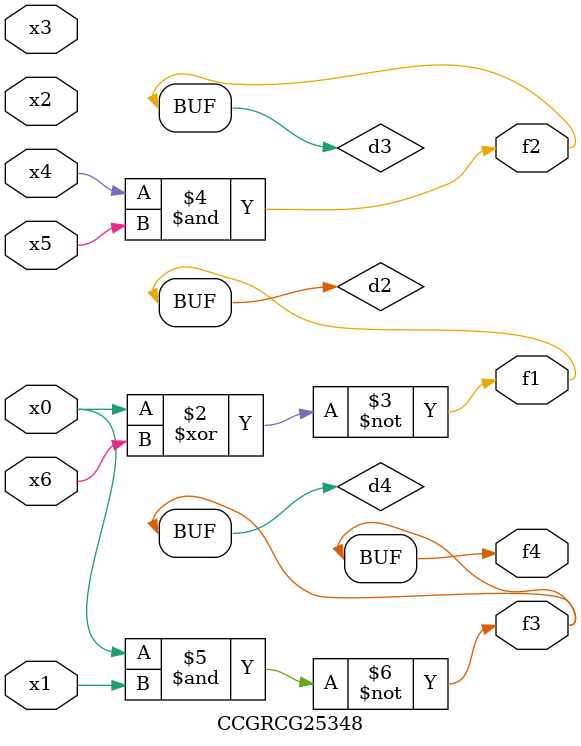
<source format=v>
module CCGRCG25348(
	input x0, x1, x2, x3, x4, x5, x6,
	output f1, f2, f3, f4
);

	wire d1, d2, d3, d4;

	nor (d1, x0);
	xnor (d2, x0, x6);
	and (d3, x4, x5);
	nand (d4, x0, x1);
	assign f1 = d2;
	assign f2 = d3;
	assign f3 = d4;
	assign f4 = d4;
endmodule

</source>
